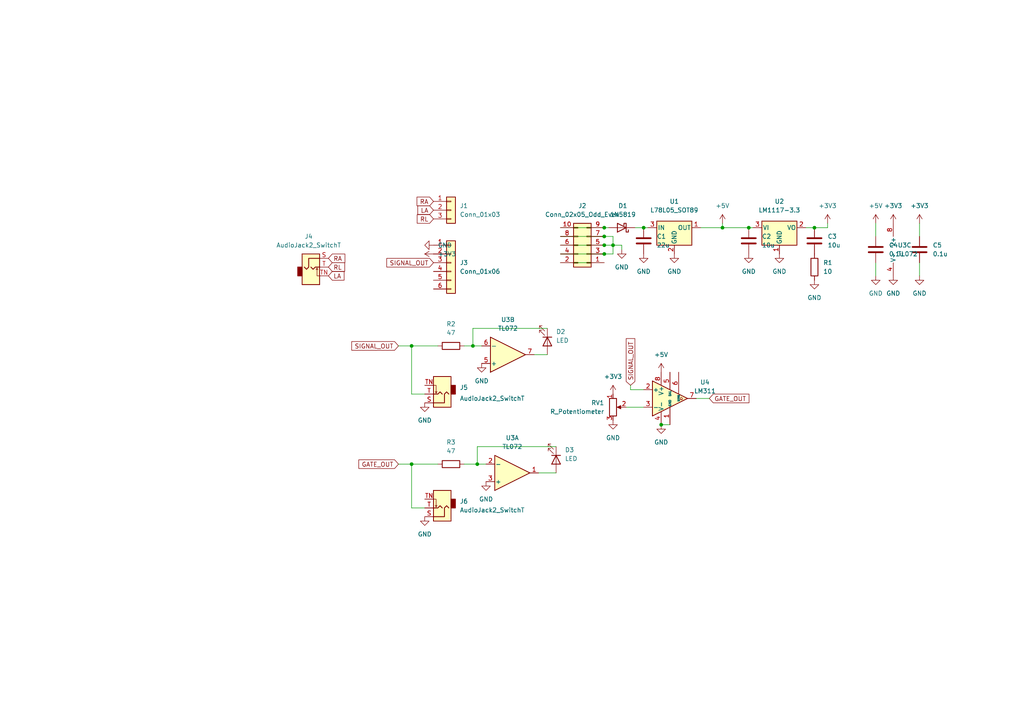
<source format=kicad_sch>
(kicad_sch (version 20211123) (generator eeschema)
  (paper "A4")
  (lib_symbols
    (symbol "Amplifier_Operational:TL072" (pin_names (offset 0.127))
      (property "Reference" "U" (at 0 5.08 0))
      (property "Value" "TL072" (at 0 -5.08 0))
      (symbol "TL072_1_1"
        (polyline (pts (xy -5.08 5.08) (xy 5.08 0) (xy -5.08 -5.08) (xy -5.08 5.08)) (stroke (width 0.254)) (fill (type background)))
        (pin output line (at 7.62 0 180) (length 2.54) (name "~") (number "1"))
        (pin input line (at -7.62 -2.54 0) (length 2.54) (name "-") (number "2"))
        (pin input line (at -7.62 2.54 0) (length 2.54) (name "+") (number "3"))
      )
      (symbol "TL072_2_1"
        (polyline (pts (xy -5.08 5.08) (xy 5.08 0) (xy -5.08 -5.08) (xy -5.08 5.08)) (stroke (width 0.254)) (fill (type background)))
        (pin input line (at -7.62 2.54 0) (length 2.54) (name "+") (number "5"))
        (pin input line (at -7.62 -2.54 0) (length 2.54) (name "-") (number "6"))
        (pin output line (at 7.62 0 180) (length 2.54) (name "~") (number "7"))
      )
      (symbol "TL072_3_1"
        (pin power_in line (at -2.54 -7.62 90) (length 3.81) (name "V-") (number "4"))
        (pin power_in line (at -2.54 7.62 270) (length 3.81) (name "V+") (number "8"))
      )
    )
    (symbol "Comparator:LM311" (pin_names (offset 0.127))
      (property "Reference" "U" (at 3.81 6.35 0))
      (property "Value" "LM311" (at 3.81 3.81 0))
      (symbol "LM311_0_1"
        (polyline (pts (xy 5.08 0) (xy -5.08 5.08) (xy -5.08 -5.08) (xy 5.08 0)) (stroke (width 0.254)) (fill (type background)))
        (polyline (pts (xy 3.683 -0.381) (xy 3.302 -0.381) (xy 3.683 0) (xy 3.302 0.381) (xy 2.921 0) (xy 3.302 -0.381) (xy 2.921 -0.381)) (stroke (width 0.127)))
      )
      (symbol "LM311_1_1"
        (pin passive line (at 0 -7.62 90) (length 5.08) (name "GND") (number "1"))
        (pin input line (at -7.62 2.54 0) (length 2.54) (name "+") (number "2"))
        (pin input line (at -7.62 -2.54 0) (length 2.54) (name "-") (number "3"))
        (pin power_in line (at -2.54 -7.62 90) (length 3.81) (name "V-") (number "4"))
        (pin input line (at 0 7.62 270) (length 5.08) (name "BAL") (number "5"))
        (pin input line (at 2.54 7.62 270) (length 6.35) (name "STRB") (number "6"))
        (pin open_collector line (at 7.62 0 180) (length 2.54) (name "~") (number "7"))
        (pin power_in line (at -2.54 7.62 270) (length 3.81) (name "V+") (number "8"))
      )
    )
    (symbol "Connector:AudioJack2_SwitchT"
      (property "Reference" "J" (at 0 8.89 0))
      (property "Value" "AudioJack2_SwitchT" (at 0 6.35 0))
      (symbol "AudioJack2_SwitchT_0_1"
        (rectangle (start -2.54 0) (end -3.81 -2.54) (stroke (width 0.254)) (fill (type outline)))
        (polyline (pts (xy 1.778 -0.254) (xy 2.032 -0.762)))
        (polyline (pts (xy 0 0) (xy 0.635 -0.635) (xy 1.27 0) (xy 2.54 0)) (stroke (width 0.254)))
        (polyline (pts (xy 2.54 -2.54) (xy 1.778 -2.54) (xy 1.778 -0.254) (xy 1.524 -0.762)))
        (polyline (pts (xy 2.54 2.54) (xy -0.635 2.54) (xy -0.635 0) (xy -1.27 -0.635) (xy -1.905 0)) (stroke (width 0.254)))
        (rectangle (start 2.54 3.81) (end -2.54 -5.08) (stroke (width 0.254)) (fill (type background)))
      )
      (symbol "AudioJack2_SwitchT_1_1"
        (pin passive line (at 5.08 2.54 180) (length 2.54) (name "~") (number "S"))
        (pin passive line (at 5.08 0 180) (length 2.54) (name "~") (number "T"))
        (pin passive line (at 5.08 -2.54 180) (length 2.54) (name "~") (number "TN"))
      )
    )
    (symbol "Connector_Generic:Conn_01x03" (pin_names (offset 1.016) hide)
      (property "Reference" "J" (at 0 5.08 0))
      (property "Value" "Conn_01x03" (at 0 -5.08 0))
      (symbol "Conn_01x03_1_1"
        (rectangle (start -1.27 -2.413) (end 0 -2.667) (stroke (width 0.1524)))
        (rectangle (start -1.27 0.127) (end 0 -0.127) (stroke (width 0.1524)))
        (rectangle (start -1.27 2.667) (end 0 2.413) (stroke (width 0.1524)))
        (rectangle (start -1.27 3.81) (end 1.27 -3.81) (stroke (width 0.254)) (fill (type background)))
        (pin passive line (at -5.08 2.54 0) (length 3.81) (name "Pin_1") (number "1"))
        (pin passive line (at -5.08 0 0) (length 3.81) (name "Pin_2") (number "2"))
        (pin passive line (at -5.08 -2.54 0) (length 3.81) (name "Pin_3") (number "3"))
      )
    )
    (symbol "Connector_Generic:Conn_01x06" (pin_names (offset 1.016) hide)
      (property "Reference" "J" (at 0 7.62 0))
      (property "Value" "Conn_01x06" (at 0 -10.16 0))
      (symbol "Conn_01x06_1_1"
        (rectangle (start -1.27 -7.493) (end 0 -7.747) (stroke (width 0.1524)))
        (rectangle (start -1.27 -4.953) (end 0 -5.207) (stroke (width 0.1524)))
        (rectangle (start -1.27 -2.413) (end 0 -2.667) (stroke (width 0.1524)))
        (rectangle (start -1.27 0.127) (end 0 -0.127) (stroke (width 0.1524)))
        (rectangle (start -1.27 2.667) (end 0 2.413) (stroke (width 0.1524)))
        (rectangle (start -1.27 5.207) (end 0 4.953) (stroke (width 0.1524)))
        (rectangle (start -1.27 6.35) (end 1.27 -8.89) (stroke (width 0.254)) (fill (type background)))
        (pin passive line (at -5.08 5.08 0) (length 3.81) (name "Pin_1") (number "1"))
        (pin passive line (at -5.08 2.54 0) (length 3.81) (name "Pin_2") (number "2"))
        (pin passive line (at -5.08 0 0) (length 3.81) (name "Pin_3") (number "3"))
        (pin passive line (at -5.08 -2.54 0) (length 3.81) (name "Pin_4") (number "4"))
        (pin passive line (at -5.08 -5.08 0) (length 3.81) (name "Pin_5") (number "5"))
        (pin passive line (at -5.08 -7.62 0) (length 3.81) (name "Pin_6") (number "6"))
      )
    )
    (symbol "Connector_Generic:Conn_02x05_Odd_Even" (pin_names (offset 1.016) hide)
      (property "Reference" "J" (at 1.27 7.62 0))
      (property "Value" "Conn_02x05_Odd_Even" (at 1.27 -7.62 0))
      (symbol "Conn_02x05_Odd_Even_1_1"
        (rectangle (start -1.27 -4.953) (end 0 -5.207) (stroke (width 0.1524)))
        (rectangle (start -1.27 -2.413) (end 0 -2.667) (stroke (width 0.1524)))
        (rectangle (start -1.27 0.127) (end 0 -0.127) (stroke (width 0.1524)))
        (rectangle (start -1.27 2.667) (end 0 2.413) (stroke (width 0.1524)))
        (rectangle (start -1.27 5.207) (end 0 4.953) (stroke (width 0.1524)))
        (rectangle (start -1.27 6.35) (end 3.81 -6.35) (stroke (width 0.254)) (fill (type background)))
        (rectangle (start 3.81 -4.953) (end 2.54 -5.207) (stroke (width 0.1524)))
        (rectangle (start 3.81 -2.413) (end 2.54 -2.667) (stroke (width 0.1524)))
        (rectangle (start 3.81 0.127) (end 2.54 -0.127) (stroke (width 0.1524)))
        (rectangle (start 3.81 2.667) (end 2.54 2.413) (stroke (width 0.1524)))
        (rectangle (start 3.81 5.207) (end 2.54 4.953) (stroke (width 0.1524)))
        (pin passive line (at -5.08 5.08 0) (length 3.81) (name "Pin_1") (number "1"))
        (pin passive line (at 7.62 -5.08 180) (length 3.81) (name "Pin_10") (number "10"))
        (pin passive line (at 7.62 5.08 180) (length 3.81) (name "Pin_2") (number "2"))
        (pin passive line (at -5.08 2.54 0) (length 3.81) (name "Pin_3") (number "3"))
        (pin passive line (at 7.62 2.54 180) (length 3.81) (name "Pin_4") (number "4"))
        (pin passive line (at -5.08 0 0) (length 3.81) (name "Pin_5") (number "5"))
        (pin passive line (at 7.62 0 180) (length 3.81) (name "Pin_6") (number "6"))
        (pin passive line (at -5.08 -2.54 0) (length 3.81) (name "Pin_7") (number "7"))
        (pin passive line (at 7.62 -2.54 180) (length 3.81) (name "Pin_8") (number "8"))
        (pin passive line (at -5.08 -5.08 0) (length 3.81) (name "Pin_9") (number "9"))
      )
    )
    (symbol "Device:C" (pin_numbers hide) (pin_names (offset 0.254))
      (property "Reference" "C" (at 0.635 2.54 0))
      (property "Value" "C" (at 0.635 -2.54 0))
      (symbol "C_0_1"
        (polyline (pts (xy -2.032 -0.762) (xy 2.032 -0.762)) (stroke (width 0.508)))
        (polyline (pts (xy -2.032 0.762) (xy 2.032 0.762)) (stroke (width 0.508)))
      )
      (symbol "C_1_1"
        (pin passive line (at 0 3.81 270) (length 2.794) (name "~") (number "1"))
        (pin passive line (at 0 -3.81 90) (length 2.794) (name "~") (number "2"))
      )
    )
    (symbol "Device:LED" (pin_numbers hide) (pin_names (offset 1.016) hide)
      (property "Reference" "D" (at 0 2.54 0))
      (property "Value" "LED" (at 0 -2.54 0))
      (symbol "LED_0_1"
        (polyline (pts (xy -1.27 -1.27) (xy -1.27 1.27)) (stroke (width 0.254)))
        (polyline (pts (xy -1.27 0) (xy 1.27 0)))
        (polyline (pts (xy 1.27 -1.27) (xy 1.27 1.27) (xy -1.27 0) (xy 1.27 -1.27)) (stroke (width 0.254)))
        (polyline (pts (xy -3.048 -0.762) (xy -4.572 -2.286) (xy -3.81 -2.286) (xy -4.572 -2.286) (xy -4.572 -1.524)))
        (polyline (pts (xy -1.778 -0.762) (xy -3.302 -2.286) (xy -2.54 -2.286) (xy -3.302 -2.286) (xy -3.302 -1.524)))
      )
      (symbol "LED_1_1"
        (pin passive line (at -3.81 0 0) (length 2.54) (name "K") (number "1"))
        (pin passive line (at 3.81 0 180) (length 2.54) (name "A") (number "2"))
      )
    )
    (symbol "Device:R" (pin_numbers hide) (pin_names (offset 0))
      (property "Reference" "R" (at 2.032 0 90))
      (property "Value" "R" (at 0 0 90))
      (symbol "R_0_1"
        (rectangle (start -1.016 -2.54) (end 1.016 2.54) (stroke (width 0.254)))
      )
      (symbol "R_1_1"
        (pin passive line (at 0 3.81 270) (length 1.27) (name "~") (number "1"))
        (pin passive line (at 0 -3.81 90) (length 1.27) (name "~") (number "2"))
      )
    )
    (symbol "Device:R_Potentiometer" (pin_names (offset 1.016) hide)
      (property "Reference" "RV" (at -4.445 0 90))
      (property "Value" "R_Potentiometer" (at -2.54 0 90))
      (symbol "R_Potentiometer_0_1"
        (polyline (pts (xy 2.54 0) (xy 1.524 0)))
        (polyline (pts (xy 1.143 0) (xy 2.286 0.508) (xy 2.286 -0.508) (xy 1.143 0)) (fill (type outline)))
        (rectangle (start 1.016 2.54) (end -1.016 -2.54) (stroke (width 0.254)))
      )
      (symbol "R_Potentiometer_1_1"
        (pin passive line (at 0 3.81 270) (length 1.27) (name "1") (number "1"))
        (pin passive line (at 3.81 0 180) (length 1.27) (name "2") (number "2"))
        (pin passive line (at 0 -3.81 90) (length 1.27) (name "3") (number "3"))
      )
    )
    (symbol "Diode:1N5819" (pin_numbers hide) (pin_names (offset 1.016) hide)
      (property "Reference" "D" (at 0 2.54 0))
      (property "Value" "1N5819" (at 0 -2.54 0))
      (symbol "1N5819_0_1"
        (polyline (pts (xy 1.27 0) (xy -1.27 0)))
        (polyline (pts (xy 1.27 1.27) (xy 1.27 -1.27) (xy -1.27 0) (xy 1.27 1.27)) (stroke (width 0.254)))
        (polyline (pts (xy -1.905 0.635) (xy -1.905 1.27) (xy -1.27 1.27) (xy -1.27 -1.27) (xy -0.635 -1.27) (xy -0.635 -0.635)) (stroke (width 0.254)))
      )
      (symbol "1N5819_1_1"
        (pin passive line (at -3.81 0 0) (length 2.54) (name "K") (number "1"))
        (pin passive line (at 3.81 0 180) (length 2.54) (name "A") (number "2"))
      )
    )
    (symbol "Regulator_Linear:L78L05_SOT89" (pin_names (offset 0.254))
      (property "Reference" "U" (at -3.81 3.175 0))
      (property "Value" "L78L05_SOT89" (at -0.635 3.175 0))
      (symbol "L78L05_SOT89_0_1"
        (rectangle (start -5.08 1.905) (end 5.08 -5.08) (stroke (width 0.254)) (fill (type background)))
      )
      (symbol "L78L05_SOT89_1_1"
        (pin power_out line (at 7.62 0 180) (length 2.54) (name "OUT") (number "1"))
        (pin power_in line (at 0 -7.62 90) (length 2.54) (name "GND") (number "2"))
        (pin power_in line (at -7.62 0 0) (length 2.54) (name "IN") (number "3"))
      )
    )
    (symbol "Regulator_Linear:LM1117-3.3" (pin_names (offset 0.254))
      (property "Reference" "U" (at -3.81 3.175 0))
      (property "Value" "LM1117-3.3" (at 0 3.175 0))
      (symbol "LM1117-3.3_0_1"
        (rectangle (start -5.08 -5.08) (end 5.08 1.905) (stroke (width 0.254)) (fill (type background)))
      )
      (symbol "LM1117-3.3_1_1"
        (pin power_in line (at 0 -7.62 90) (length 2.54) (name "GND") (number "1"))
        (pin power_out line (at 7.62 0 180) (length 2.54) (name "VO") (number "2"))
        (pin power_in line (at -7.62 0 0) (length 2.54) (name "VI") (number "3"))
      )
    )
    (symbol "power:+3.3V" (power) (pin_names (offset 0))
      (property "Value" "+3.3V" (at 0 3.556 0))
      (symbol "+3.3V_0_1"
        (polyline (pts (xy -0.762 1.27) (xy 0 2.54)))
        (polyline (pts (xy 0 0) (xy 0 2.54)))
        (polyline (pts (xy 0 2.54) (xy 0.762 1.27)))
      )
      (symbol "+3.3V_1_1"
        (pin power_in line (at 0 0 90) (length 0) hide (name "+3V3") (number "1"))
      )
    )
    (symbol "power:+5V" (power) (pin_names (offset 0))
      (property "Value" "+5V" (at 0 3.556 0))
      (symbol "+5V_0_1"
        (polyline (pts (xy -0.762 1.27) (xy 0 2.54)))
        (polyline (pts (xy 0 0) (xy 0 2.54)))
        (polyline (pts (xy 0 2.54) (xy 0.762 1.27)))
      )
      (symbol "+5V_1_1"
        (pin power_in line (at 0 0 90) (length 0) hide (name "+5V") (number "1"))
      )
    )
    (symbol "power:GND" (power) (pin_names (offset 0))
      (property "Value" "GND" (at 0 -3.81 0))
      (symbol "GND_0_1"
        (polyline (pts (xy 0 0) (xy 0 -1.27) (xy 1.27 -1.27) (xy 0 -2.54) (xy -1.27 -1.27) (xy 0 -1.27)))
      )
      (symbol "GND_1_1"
        (pin power_in line (at 0 0 270) (length 0) hide (name "GND") (number "1"))
      )
    )
  )
  (junction (at 137.16 100.33))
  (junction (at 175.26 73.66))
  (junction (at 217.17 66.04))
  (junction (at 119.38 134.62))
  (junction (at 175.26 68.58))
  (junction (at 175.26 71.12))
  (junction (at 177.8 71.12))
  (junction (at 186.69 66.04))
  (junction (at 209.55 66.04))
  (junction (at 175.26 66.04))
  (junction (at 119.38 100.33))
  (junction (at 236.22 66.04))
  (junction (at 191.77 123.19))
  (junction (at 138.43 134.62))
  (wire (pts (xy 134.62 100.33) (xy 137.16 100.33)))
  (wire (pts (xy 119.38 114.3) (xy 123.19 114.3)))
  (wire (pts (xy 119.38 134.62) (xy 127 134.62)))
  (wire (pts (xy 175.26 66.04) (xy 176.53 66.04)))
  (wire (pts (xy 177.8 71.12) (xy 180.34 71.12)))
  (wire (pts (xy 233.68 66.04) (xy 236.22 66.04)))
  (wire (pts (xy 182.88 113.03) (xy 182.88 111.76)))
  (wire (pts (xy 184.15 66.04) (xy 186.69 66.04)))
  (wire (pts (xy 154.94 102.87) (xy 158.75 102.87)))
  (wire (pts (xy 266.7 76.2) (xy 266.7 80.01)))
  (wire (pts (xy 175.26 68.58) (xy 177.8 68.58)))
  (wire (pts (xy 209.55 66.04) (xy 217.17 66.04)))
  (wire (pts (xy 191.77 123.19) (xy 194.31 123.19)))
  (wire (pts (xy 175.26 73.66) (xy 177.8 73.66)))
  (wire (pts (xy 254 76.2) (xy 254 80.01)))
  (wire (pts (xy 158.75 95.25) (xy 137.16 95.25)))
  (wire (pts (xy 162.56 73.66) (xy 175.26 73.66)))
  (wire (pts (xy 156.21 137.16) (xy 161.29 137.16)))
  (wire (pts (xy 266.7 68.58) (xy 266.7 64.77)))
  (wire (pts (xy 177.8 73.66) (xy 177.8 71.12)))
  (wire (pts (xy 134.62 134.62) (xy 138.43 134.62)))
  (wire (pts (xy 177.8 68.58) (xy 177.8 71.12)))
  (wire (pts (xy 240.03 66.04) (xy 240.03 64.77)))
  (wire (pts (xy 162.56 66.04) (xy 175.26 66.04)))
  (wire (pts (xy 162.56 71.12) (xy 175.26 71.12)))
  (wire (pts (xy 201.93 115.57) (xy 205.74 115.57)))
  (wire (pts (xy 119.38 100.33) (xy 119.38 114.3)))
  (wire (pts (xy 161.29 129.54) (xy 138.43 129.54)))
  (wire (pts (xy 115.57 134.62) (xy 119.38 134.62)))
  (wire (pts (xy 119.38 100.33) (xy 127 100.33)))
  (wire (pts (xy 138.43 134.62) (xy 140.97 134.62)))
  (wire (pts (xy 137.16 100.33) (xy 139.7 100.33)))
  (wire (pts (xy 254 64.77) (xy 254 68.58)))
  (wire (pts (xy 186.69 66.04) (xy 187.96 66.04)))
  (wire (pts (xy 162.56 68.58) (xy 175.26 68.58)))
  (wire (pts (xy 209.55 64.77) (xy 209.55 66.04)))
  (wire (pts (xy 203.2 66.04) (xy 209.55 66.04)))
  (wire (pts (xy 115.57 100.33) (xy 119.38 100.33)))
  (wire (pts (xy 186.69 113.03) (xy 182.88 113.03)))
  (wire (pts (xy 217.17 66.04) (xy 218.44 66.04)))
  (wire (pts (xy 123.19 147.32) (xy 119.38 147.32)))
  (wire (pts (xy 236.22 66.04) (xy 240.03 66.04)))
  (wire (pts (xy 138.43 129.54) (xy 138.43 134.62)))
  (wire (pts (xy 162.56 76.2) (xy 175.26 76.2)))
  (wire (pts (xy 137.16 95.25) (xy 137.16 100.33)))
  (wire (pts (xy 175.26 71.12) (xy 177.8 71.12)))
  (wire (pts (xy 180.34 71.12) (xy 180.34 72.39)))
  (wire (pts (xy 119.38 147.32) (xy 119.38 134.62)))
  (wire (pts (xy 181.61 118.11) (xy 186.69 118.11)))
  (global_label "SIGNAL_OUT" (shape input) (at 182.88 111.76 90) (property "Intersheet References" "${INTERSHEET_REFS}" (effects hide)))
  (global_label "SIGNAL_OUT" (shape input) (at 115.57 100.33 180) (property "Intersheet References" "${INTERSHEET_REFS}" (effects hide)))
  (global_label "LA" (shape input) (at 95.25 80.01 0) (property "Intersheet References" "${INTERSHEET_REFS}" (effects hide)))
  (global_label "LA" (shape input) (at 125.73 60.96 180) (property "Intersheet References" "${INTERSHEET_REFS}" (effects hide)))
  (global_label "SIGNAL_OUT" (shape input) (at 125.73 76.2 180) (property "Intersheet References" "${INTERSHEET_REFS}" (effects hide)))
  (global_label "RL" (shape input) (at 95.25 77.47 0) (property "Intersheet References" "${INTERSHEET_REFS}" (effects hide)))
  (global_label "RA" (shape input) (at 125.73 58.42 180) (property "Intersheet References" "${INTERSHEET_REFS}" (effects hide)))
  (global_label "GATE_OUT" (shape input) (at 115.57 134.62 180) (property "Intersheet References" "${INTERSHEET_REFS}" (effects hide)))
  (global_label "RA" (shape input) (at 95.25 74.93 0) (property "Intersheet References" "${INTERSHEET_REFS}" (effects hide)))
  (global_label "RL" (shape input) (at 125.73 63.5 180) (property "Intersheet References" "${INTERSHEET_REFS}" (effects hide)))
  (global_label "GATE_OUT" (shape input) (at 205.74 115.57 0) (property "Intersheet References" "${INTERSHEET_REFS}" (effects hide)))
  (symbol (lib_id "Device:C") (at 254 72.39 180) (unit 1)
    (property "Reference" "C4" (at 257.81 71.1199 0) (effects (justify right)))
    (property "Value" "0.1u" (at 257.81 73.6599 0) (effects (justify right)))
    (property "Footprint" "Capacitor_SMD:C_0603_1608Metric" (effects hide))
  )
  (symbol (lib_id "power:GND") (at 140.97 139.7 0) (unit 1)
    (property "Reference" "#PWR023" (effects hide))
    (property "Value" "GND" (at 140.97 144.78 0))
  )
  (symbol (lib_id "power:GND") (at 123.19 116.84 0) (unit 1)
    (property "Reference" "#PWR020" (effects hide))
    (property "Value" "GND" (at 123.19 121.92 0))
  )
  (symbol (lib_id "power:GND") (at 266.7 80.01 0) (unit 1)
    (property "Reference" "#PWR015" (effects hide))
    (property "Value" "GND" (at 266.7 85.09 0))
  )
  (symbol (lib_id "power:+3.3V") (at 266.7 64.77 0) (unit 1)
    (property "Reference" "#PWR05" (effects hide))
    (property "Value" "+3.3V" (at 266.7 59.69 0))
  )
  (symbol (lib_id "power:+3.3V") (at 177.8 114.3 0) (unit 1)
    (property "Reference" "#PWR019" (effects hide))
    (property "Value" "+3.3V" (at 177.8 109.22 0))
  )
  (symbol (lib_id "Connector:AudioJack2_SwitchT") (at 128.27 147.32 180) (unit 1)
    (property "Reference" "J6" (at 133.35 145.4149 0) (effects (justify right)))
    (property "Value" "AudioJack2_SwitchT" (at 133.35 147.9549 0) (effects (justify right)))
    (property "Footprint" "Connector_Audio:Jack_3.5mm_QingPu_WQP-PJ398SM_Vertical_CircularHoles" (effects hide))
  )
  (symbol (lib_id "power:GND") (at 125.73 71.12 270) (unit 1)
    (property "Reference" "#PWR06" (effects hide))
    (property "Value" "GND" (at 127 71.1199 90) (effects (justify left)))
  )
  (symbol (lib_id "Connector:AudioJack2_SwitchT") (at 128.27 114.3 180) (unit 1)
    (property "Reference" "J5" (at 133.35 112.3949 0) (effects (justify right)))
    (property "Value" "AudioJack2_SwitchT" (at 133.35 115.57 0) (effects (justify right)))
    (property "Footprint" "Connector_Audio:Jack_3.5mm_QingPu_WQP-PJ398SM_Vertical_CircularHoles" (effects hide))
  )
  (symbol (lib_id "power:+3.3V") (at 259.08 64.77 0) (unit 1)
    (property "Reference" "#PWR04" (effects hide))
    (property "Value" "+3.3V" (at 259.08 59.69 0))
  )
  (symbol (lib_id "Device:R") (at 130.81 100.33 90) (unit 1)
    (property "Reference" "R2" (at 130.81 93.98 90))
    (property "Value" "47" (at 130.81 96.52 90))
    (property "Footprint" "Resistor_SMD:R_0603_1608Metric" (effects hide))
  )
  (symbol (lib_id "power:GND") (at 191.77 123.19 0) (unit 1)
    (property "Reference" "#PWR022" (effects hide))
    (property "Value" "GND" (at 191.77 128.27 0))
  )
  (symbol (lib_id "power:+3.3V") (at 240.03 64.77 0) (unit 1)
    (property "Reference" "#PWR02" (effects hide))
    (property "Value" "+3.3V" (at 240.03 59.69 0))
  )
  (symbol (lib_id "Connector_Generic:Conn_01x06") (at 130.81 76.2 0) (unit 1)
    (property "Reference" "J3" (at 133.35 76.1999 0) (effects (justify left)))
    (property "Value" "Conn_01x06" (at 133.35 78.7399 0) (effects (justify left)))
    (property "Footprint" "Connector_PinHeader_2.54mm:PinHeader_1x06_P2.54mm_Vertical" (effects hide))
  )
  (symbol (lib_id "Device:C") (at 186.69 69.85 180) (unit 1)
    (property "Reference" "C1" (at 190.5 68.5799 0) (effects (justify right)))
    (property "Value" "22u" (at 190.5 71.1199 0) (effects (justify right)))
    (property "Footprint" "Capacitor_SMD:C_0805_2012Metric" (effects hide))
  )
  (symbol (lib_id "power:GND") (at 236.22 81.28 0) (unit 1)
    (property "Reference" "#PWR016" (effects hide))
    (property "Value" "GND" (at 236.22 86.36 0))
  )
  (symbol (lib_id "power:GND") (at 180.34 72.39 0) (unit 1)
    (property "Reference" "#PWR07" (effects hide))
    (property "Value" "GND" (at 180.34 77.47 0))
  )
  (symbol (lib_id "Amplifier_Operational:TL072") (at 261.62 72.39 0) (unit 3)
    (property "Reference" "U3" (at 260.35 71.1199 0) (effects (justify left)))
    (property "Value" "TL072" (at 260.35 73.6599 0) (effects (justify left)))
    (property "Footprint" "Package_SO:SOIC-8_3.9x4.9mm_P1.27mm" (effects hide))
    (property "Datasheet" "http://www.ti.com/lit/ds/symlink/tl071.pdf" (effects hide))
  )
  (symbol (lib_id "power:+5V") (at 209.55 64.77 0) (unit 1)
    (property "Reference" "#PWR01" (effects hide))
    (property "Value" "+5V" (at 209.55 59.69 0))
  )
  (symbol (lib_id "Device:R_Potentiometer") (at 177.8 118.11 0) (unit 1)
    (property "Reference" "RV1" (at 175.26 116.8399 0) (effects (justify right)))
    (property "Value" "R_Potentiometer" (at 175.26 119.3799 0) (effects (justify right)))
    (property "Footprint" "Potentiometer_THT:Potentiometer_Alps_RK09K_Single_Vertical" (effects hide))
  )
  (symbol (lib_id "Device:LED") (at 161.29 133.35 270) (unit 1)
    (property "Reference" "D3" (at 163.83 130.4924 90) (effects (justify left)))
    (property "Value" "LED" (at 163.83 133.0324 90) (effects (justify left)))
    (property "Footprint" "LED_THT:LED_D3.0mm_FlatTop" (effects hide))
  )
  (symbol (lib_id "Device:C") (at 236.22 69.85 180) (unit 1)
    (property "Reference" "C3" (at 240.03 68.5799 0) (effects (justify right)))
    (property "Value" "10u" (at 240.03 71.1199 0) (effects (justify right)))
    (property "Footprint" "Capacitor_SMD:C_0603_1608Metric" (effects hide))
  )
  (symbol (lib_id "Device:LED") (at 158.75 99.06 270) (unit 1)
    (property "Reference" "D2" (at 161.29 96.2024 90) (effects (justify left)))
    (property "Value" "LED" (at 161.29 98.7424 90) (effects (justify left)))
    (property "Footprint" "LED_THT:LED_D3.0mm_FlatTop" (effects hide))
  )
  (symbol (lib_id "Device:R") (at 130.81 134.62 90) (unit 1)
    (property "Reference" "R3" (at 130.81 128.27 90))
    (property "Value" "47" (at 130.81 130.81 90))
    (property "Footprint" "Resistor_SMD:R_0603_1608Metric" (effects hide))
  )
  (symbol (lib_id "Regulator_Linear:LM1117-3.3") (at 226.06 66.04 0) (unit 1)
    (property "Reference" "U2" (at 226.06 58.42 0))
    (property "Value" "LM1117-3.3" (at 226.06 60.96 0))
    (property "Footprint" "Package_TO_SOT_SMD:SOT-223-3_TabPin2" (effects hide))
    (property "Datasheet" "http://www.ti.com/lit/ds/symlink/lm1117.pdf" (effects hide))
  )
  (symbol (lib_id "power:+3.3V") (at 125.73 73.66 90) (unit 1)
    (property "Reference" "#PWR08" (effects hide))
    (property "Value" "+3.3V" (at 127 73.6599 90) (effects (justify right)))
  )
  (symbol (lib_id "Connector_Generic:Conn_02x05_Odd_Even") (at 170.18 71.12 180) (unit 1)
    (property "Reference" "J2" (at 168.91 59.69 0))
    (property "Value" "Conn_02x05_Odd_Even" (at 168.91 62.23 0))
    (property "Footprint" "Connector_IDC:IDC-Header_2x05_P2.54mm_Vertical" (effects hide))
  )
  (symbol (lib_id "Connector:AudioJack2_SwitchT") (at 90.17 77.47 0) (unit 1)
    (property "Reference" "J4" (at 89.535 68.58 0))
    (property "Value" "AudioJack2_SwitchT" (at 89.535 71.12 0))
    (property "Footprint" "Connector_Audio:Jack_3.5mm_QingPu_WQP-PJ398SM_Vertical_CircularHoles" (effects hide))
  )
  (symbol (lib_id "Comparator:LM311") (at 194.31 115.57 0) (unit 1)
    (property "Reference" "U4" (at 204.47 110.871 0))
    (property "Value" "LM311" (at 204.47 113.411 0))
    (property "Footprint" "Package_SO:SOIC-8_3.9x4.9mm_P1.27mm" (effects hide))
    (property "Datasheet" "https://www.st.com/resource/en/datasheet/lm311.pdf" (effects hide))
  )
  (symbol (lib_id "power:+5V") (at 254 64.77 0) (unit 1)
    (property "Reference" "#PWR03" (effects hide))
    (property "Value" "+5V" (at 254 59.69 0))
  )
  (symbol (lib_id "Device:R") (at 236.22 77.47 0) (unit 1)
    (property "Reference" "R1" (at 238.76 76.1999 0) (effects (justify left)))
    (property "Value" "10" (at 238.76 78.7399 0) (effects (justify left)))
    (property "Footprint" "Resistor_SMD:R_0603_1608Metric" (effects hide))
  )
  (symbol (lib_id "power:GND") (at 139.7 105.41 0) (unit 1)
    (property "Reference" "#PWR017" (effects hide))
    (property "Value" "GND" (at 139.7 110.49 0))
  )
  (symbol (lib_id "power:GND") (at 123.19 149.86 0) (unit 1)
    (property "Reference" "#PWR025" (effects hide))
    (property "Value" "GND" (at 123.19 154.94 0))
  )
  (symbol (lib_id "Diode:1N5819") (at 180.34 66.04 180) (unit 1)
    (property "Reference" "D1" (at 180.6575 59.69 0))
    (property "Value" "1N5819" (at 180.6575 62.23 0))
    (property "Footprint" "Diode_SMD:D_SOD-123F" (effects hide))
    (property "Datasheet" "http://www.vishay.com/docs/88525/1n5817.pdf" (effects hide))
  )
  (symbol (lib_id "Amplifier_Operational:TL072") (at 148.59 137.16 0) (mirror x) (unit 1)
    (property "Reference" "U3" (at 148.59 127 0))
    (property "Value" "TL072" (at 148.59 129.54 0))
    (property "Footprint" "Package_SO:SOIC-8_3.9x4.9mm_P1.27mm" (effects hide))
    (property "Datasheet" "http://www.ti.com/lit/ds/symlink/tl071.pdf" (effects hide))
  )
  (symbol (lib_id "Regulator_Linear:L78L05_SOT89") (at 195.58 66.04 0) (unit 1)
    (property "Reference" "U1" (at 195.58 58.42 0))
    (property "Value" "L78L05_SOT89" (at 195.58 60.96 0))
    (property "Footprint" "Package_TO_SOT_SMD:SOT-89-3" (effects hide))
    (property "Datasheet" "http://www.st.com/content/ccc/resource/technical/document/datasheet/15/55/e5/aa/23/5b/43/fd/CD00000446.pdf/files/CD00000446.pdf/jcr:content/translations/en.CD00000446.pdf" (effects hide))
  )
  (symbol (lib_id "Device:C") (at 217.17 69.85 180) (unit 1)
    (property "Reference" "C2" (at 220.98 68.5799 0) (effects (justify right)))
    (property "Value" "10u" (at 220.98 71.1199 0) (effects (justify right)))
    (property "Footprint" "Capacitor_SMD:C_0603_1608Metric" (effects hide))
  )
  (symbol (lib_id "Amplifier_Operational:TL072") (at 147.32 102.87 0) (mirror x) (unit 2)
    (property "Reference" "U3" (at 147.32 92.71 0))
    (property "Value" "TL072" (at 147.32 95.25 0))
    (property "Footprint" "Package_SO:SOIC-8_3.9x4.9mm_P1.27mm" (effects hide))
    (property "Datasheet" "http://www.ti.com/lit/ds/symlink/tl071.pdf" (effects hide))
  )
  (symbol (lib_id "power:GND") (at 186.69 73.66 0) (unit 1)
    (property "Reference" "#PWR09" (effects hide))
    (property "Value" "GND" (at 186.69 78.74 0))
  )
  (symbol (lib_id "power:GND") (at 217.17 73.66 0) (unit 1)
    (property "Reference" "#PWR011" (effects hide))
    (property "Value" "GND" (at 217.17 78.74 0))
  )
  (symbol (lib_id "Connector_Generic:Conn_01x03") (at 130.81 60.96 0) (unit 1)
    (property "Reference" "J1" (at 133.35 59.6899 0) (effects (justify left)))
    (property "Value" "Conn_01x03" (at 133.35 62.2299 0) (effects (justify left)))
    (property "Footprint" "Connector_PinHeader_2.54mm:PinHeader_1x03_P2.54mm_Vertical" (effects hide))
  )
  (symbol (lib_id "power:GND") (at 177.8 121.92 0) (unit 1)
    (property "Reference" "#PWR021" (effects hide))
    (property "Value" "GND" (at 177.8 127 0))
  )
  (symbol (lib_id "power:GND") (at 195.58 73.66 0) (unit 1)
    (property "Reference" "#PWR010" (effects hide))
    (property "Value" "GND" (at 195.58 78.74 0))
  )
  (symbol (lib_id "power:+5V") (at 191.77 107.95 0) (unit 1)
    (property "Reference" "#PWR018" (effects hide))
    (property "Value" "+5V" (at 191.77 102.87 0))
  )
  (symbol (lib_id "Device:C") (at 266.7 72.39 180) (unit 1)
    (property "Reference" "C5" (at 270.51 71.1199 0) (effects (justify right)))
    (property "Value" "0.1u" (at 270.51 73.6599 0) (effects (justify right)))
    (property "Footprint" "Capacitor_SMD:C_0603_1608Metric" (effects hide))
  )
  (symbol (lib_id "power:GND") (at 226.06 73.66 0) (unit 1)
    (property "Reference" "#PWR012" (effects hide))
    (property "Value" "GND" (at 226.06 78.74 0))
  )
  (symbol (lib_id "power:GND") (at 259.08 80.01 0) (unit 1)
    (property "Reference" "#PWR014" (effects hide))
    (property "Value" "GND" (at 259.08 85.09 0))
  )
  (symbol (lib_id "power:GND") (at 254 80.01 0) (unit 1)
    (property "Reference" "#PWR013" (effects hide))
    (property "Value" "GND" (at 254 85.09 0))
  )
)
</source>
